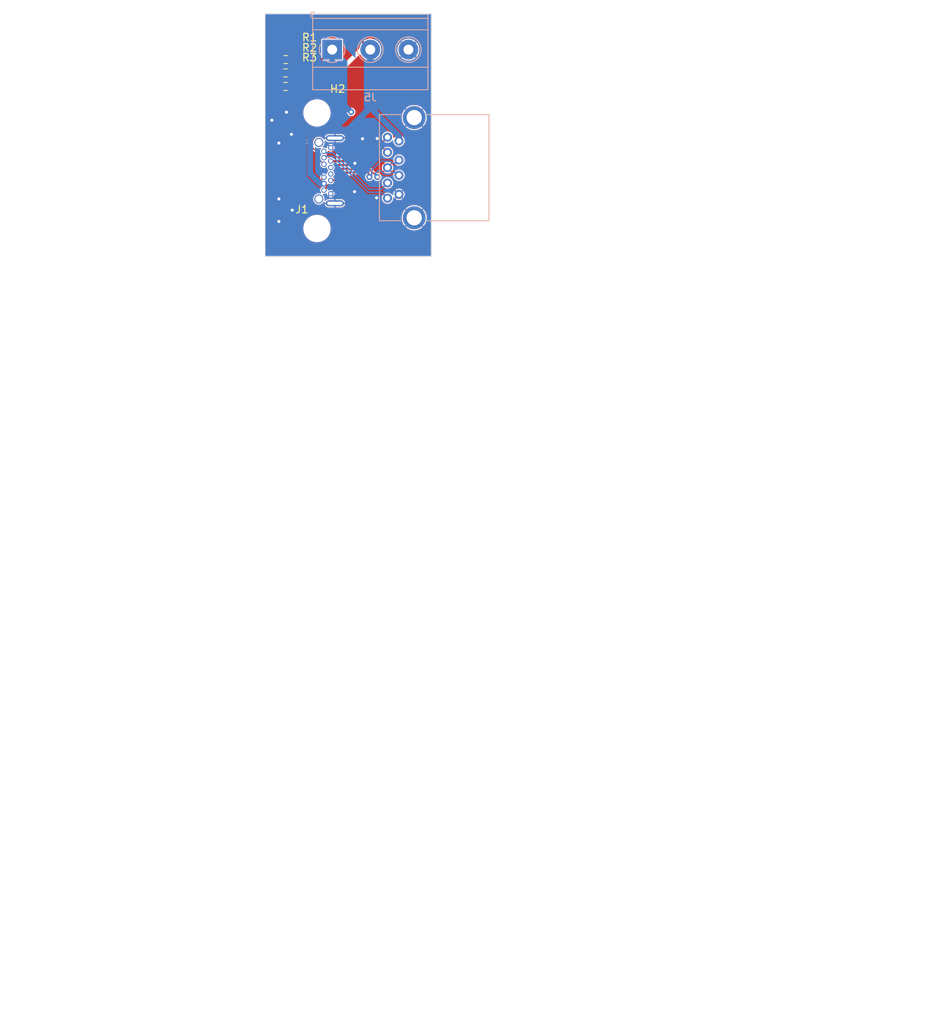
<source format=kicad_pcb>
(kicad_pcb (version 20221018) (generator pcbnew)
  (layers (0 "F.Cu" signal) (1 "In1.Cu" signal) (2 "In2.Cu" signal) (31 "B.Cu" signal) (34 "B.Paste" user) (35 "F.Paste" user) (36 "B.SilkS" user "B.Silkscreen") (37 "F.SilkS" user "F.Silkscreen") (38 "B.Mask" user) (39 "F.Mask" user) (44 "Edge.Cuts" user))
  (net 0 "")
  (net 1 "/lane1_d+")
  (net 2 "/lane1_d-")
  (net 3 "/l1_tx+")
  (net 4 "/l1_tx-")
  (net 5 "/l1_rx-")
  (net 6 "/l1_rx+")
  (net 7 "+5V")
  (net 8 "+12V")
  (net 9 "/supply_sense")
  (net 12 "GND2")
  (footprint "Resistor_SMD:R_0603_1608Metric_Pad0.98x0.95mm_HandSolder" (layer "F.Cu") (at 74.2725 71.95 180)
    (fp_text reference "R2" (at -3.15 3.3) (layer "F.SilkS"))
    (fp_text value "38k3")
    (fp_line (start -0.254724 -0.5225) (end 0.254724 -0.5225) (stroke (width 0.12)) (layer "F.SilkS"))
    (fp_line (start -0.254724 0.5225) (end 0.254724 0.5225) (stroke (width 0.12)) (layer "F.SilkS"))
    (pad "1" smd roundrect (at -0.9125 0 180) (size 0.975 0.95) (layers "F.Cu" "F.Paste" "F.Mask") (net 8 "+12V"))
    (pad "2" smd roundrect (at 0.9125 0 180) (size 0.975 0.95) (layers "F.Cu" "F.Paste" "F.Mask") (net 9 "/supply_sense"))
  )
  (footprint "Resistor_SMD:R_0603_1608Metric_Pad0.98x0.95mm_HandSolder" (layer "F.Cu") (at 74.3 70.2 180)
    (fp_text reference "R1" (at -3.1225 2.9) (layer "F.SilkS"))
    (fp_text value "31k6")
    (fp_line (start -0.254724 -0.5225) (end 0.254724 -0.5225) (stroke (width 0.12)) (layer "F.SilkS"))
    (fp_line (start -0.254724 0.5225) (end 0.254724 0.5225) (stroke (width 0.12)) (layer "F.SilkS"))
    (pad "1" smd roundrect (at -0.9125 0 180) (size 0.975 0.95) (layers "F.Cu" "F.Paste" "F.Mask") (net 7 "+5V"))
    (pad "2" smd roundrect (at 0.9125 0 180) (size 0.975 0.95) (layers "F.Cu" "F.Paste" "F.Mask") (net 9 "/supply_sense"))
  )
  (footprint "g7_connectors:conn_usbc_socket_RAHPCUC31AU1TR" (layer "F.Cu") (at 80.21 84.775 -90)
    (fp_text reference "J1" (at 5.075 3.785 unlocked) (layer "F.SilkS"))
    (fp_text value "USB_C_Receptacle")
    (pad "" np_thru_hole circle locked (at -3.71 1.56 270) (size 1.2 1.2) (drill 0.9) (layers "F&B.Cu" "*.Mask"))
    (pad "" np_thru_hole circle locked (at 3.71 1.56 270) (size 1.2 1.2) (drill 0.9) (layers "F&B.Cu" "*.Mask"))
    (pad "A1" smd rect locked (at -2.75 -1.66 270) (size 0.25 1.6) (layers "F.Cu" "F.Paste" "F.Mask") (net 12 "GND2"))
    (pad "A2" smd rect locked (at -2.25 -1.66 270) (size 0.25 1.6) (layers "F.Cu" "F.Paste" "F.Mask") (net 3 "/l1_tx+"))
    (pad "A3" smd rect locked (at -1.75 -1.66 270) (size 0.25 1.6) (layers "F.Cu" "F.Paste" "F.Mask") (net 4 "/l1_tx-"))
    (pad "A4" smd rect locked (at -1.25 -1.66 270) (size 0.25 1.6) (layers "F.Cu" "F.Paste" "F.Mask") (net 8 "+12V"))
    (pad "A5" smd rect locked (at -0.75 -1.66 270) (size 0.25 1.6) (layers "F.Cu" "F.Paste" "F.Mask") (net 12 "GND2"))
    (pad "A6" smd rect locked (at -0.25 -1.66 270) (size 0.25 1.6) (layers "F.Cu" "F.Paste" "F.Mask") (net 1 "/lane1_d+"))
    (pad "A7" smd rect locked (at 0.25 -1.66 270) (size 0.25 1.6) (layers "F.Cu" "F.Paste" "F.Mask") (net 2 "/lane1_d-"))
    (pad "A8" smd rect locked (at 0.75 -1.66 270) (size 0.25 1.6) (layers "F.Cu" "F.Paste" "F.Mask") (net 12 "GND2"))
    (pad "A9" smd rect locked (at 1.25 -1.66 270) (size 0.25 1.6) (layers "F.Cu" "F.Paste" "F.Mask") (net 8 "+12V"))
    (pad "A10" smd rect locked (at 1.75 -1.66 270) (size 0.25 1.6) (layers "F.Cu" "F.Paste" "F.Mask") (net 7 "+5V"))
    (pad "A11" smd rect locked (at 2.25 -1.66 270) (size 0.25 1.6) (layers "F.Cu" "F.Paste" "F.Mask") (net 7 "+5V"))
    (pad "A12" smd rect locked (at 2.75 -1.66 270) (size 0.25 1.6) (layers "F.Cu" "F.Paste" "F.Mask") (net 12 "GND2"))
    (pad "B1" thru_hole circle locked (at 3.015 0 270) (size 0.7 0.7) (drill 0.45) (layers "*.Cu" "*.Mask") (net 12 "GND2"))
    (pad "B2" thru_hole circle locked (at 2.55 0.9 270) (size 0.7 0.7) (drill 0.45) (layers "*.Cu" "*.Mask") (net 7 "+5V"))
    (pad "B3" thru_hole circle locked (at 1.7 0.9 270) (size 0.7 0.7) (drill 0.45) (layers "*.Cu" "*.Mask") (net 7 "+5V"))
    (pad "B4" thru_hole circle locked (at 1.275 0 270) (size 0.7 0.7) (drill 0.45) (layers "*.Cu" "*.Mask") (net 8 "+12V"))
    (pad "B5" thru_hole circle locked (at 0.85 0.9 270) (size 0.7 0.7) (drill 0.45) (layers "*.Cu" "*.Mask") (net 12 "GND2"))
    (pad "B6" thru_hole circle locked (at 0.425 0 270) (size 0.7 0.7) (drill 0.45) (layers "*.Cu" "*.Mask"))
    (pad "B7" thru_hole circle locked (at -0.425 0 270) (size 0.7 0.7) (drill 0.45) (layers "*.Cu" "*.Mask"))
    (pad "B8" thru_hole circle locked (at -0.85 0.9 270) (size 0.7 0.7) (drill 0.45) (layers "*.Cu" "*.Mask") (net 9 "/supply_sense"))
    (pad "B9" thru_hole circle locked (at -1.275 0 270) (size 0.7 0.7) (drill 0.45) (layers "*.Cu" "*.Mask") (net 8 "+12V"))
    (pad "B10" thru_hole circle locked (at -1.7 0.9 270) (size 0.7 0.7) (drill 0.45) (layers "*.Cu" "*.Mask") (net 5 "/l1_rx-"))
    (pad "B11" thru_hole circle locked (at -2.55 0.9 270) (size 0.7 0.7) (drill 0.45) (layers "*.Cu" "*.Mask") (net 6 "/l1_rx+"))
    (pad "B12" thru_hole circle locked (at -3.015 0 270) (size 0.7 0.7) (drill 0.45) (layers "*.Cu" "*.Mask") (net 12 "GND2"))
    (pad "S1" smd rect locked (at -5.175 6.81 270) (size 1.6 2.1) (layers "F.Cu" "F.Paste" "F.Mask") (net 12 "GND2"))
    (pad "S1" thru_hole oval locked (at -4.275 -0.54 270) (size 0.8 2.4) (drill oval 0.4 2) (layers "*.Cu" "*.Mask") (net 12 "GND2"))
    (pad "S1" thru_hole oval locked (at 4.275 -0.54 270) (size 0.8 2.4) (drill oval 0.4 2) (layers "*.Cu" "*.Mask") (net 12 "GND2"))
    (pad "S1" smd rect locked (at 5.175 6.81 270) (size 1.6 2.1) (layers "F.Cu" "F.Paste" "F.Mask") (net 12 "GND2"))
  )
  (footprint "MountingHole:MountingHole_3.2mm_M3_DIN965" (layer "F.Cu") (at 78.4 77.2)
    (fp_text reference "H2" (at 2.715 -3.15) (layer "F.SilkS"))
    (fp_text value "MountingHole")
    (pad "" np_thru_hole circle locked (at 0 0) (size 3.2 3.2) (drill 3.2) (layers "*.Cu" "*.Mask"))
  )
  (footprint "MountingHole:MountingHole_3.2mm_M3_DIN965" (layer "F.Cu") (at 78.4 92.35)
    (fp_text reference "H1" hide)
    (fp_text value "MountingHole")
    (pad "" np_thru_hole circle locked (at 0 0) (size 3.2 3.2) (drill 3.2) (layers "*.Cu" "*.Mask"))
  )
  (footprint "Resistor_SMD:R_0603_1608Metric_Pad0.98x0.95mm_HandSolder" (layer "F.Cu") (at 74.2725 73.725)
    (fp_text reference "R3" (at 3.15 -3.8) (layer "F.SilkS"))
    (fp_text value "10k")
    (fp_line (start -0.254724 -0.5225) (end 0.254724 -0.5225) (stroke (width 0.12)) (layer "F.SilkS"))
    (fp_line (start -0.254724 0.5225) (end 0.254724 0.5225) (stroke (width 0.12)) (layer "F.SilkS"))
    (pad "1" smd roundrect (at -0.9125 0) (size 0.975 0.95) (layers "F.Cu" "F.Paste" "F.Mask") (net 9 "/supply_sense"))
    (pad "2" smd roundrect (at 0.9125 0) (size 0.975 0.95) (layers "F.Cu" "F.Paste" "F.Mask") (net 12 "GND2"))
  )
  (footprint "g7_connectors:STEWARD_USB3_A_SS-52000-001" (layer "B.Cu") (at 87.66 84.375 -90)
    (fp_text reference "J3" hide)
    (fp_text value "USB3_A")
    (fp_line (start -6.96 -13.31) (end -6.96 -5.25) (stroke (width 0.12)) (layer "B.SilkS"))
    (fp_line (start -6.96 -13.31) (end 6.96 -13.31) (stroke (width 0.12)) (layer "B.SilkS"))
    (fp_line (start -6.96 1.06) (end -6.96 -1.75) (stroke (width 0.12)) (layer "B.SilkS"))
    (fp_line (start -6.96 1.06) (end 6.96 1.06) (stroke (width 0.12)) (layer "B.SilkS"))
    (fp_line (start 6.96 -13.31) (end 6.96 -5.25) (stroke (width 0.12)) (layer "B.SilkS"))
    (fp_line (start 6.96 1.06) (end 6.96 -1.75) (stroke (width 0.12)) (layer "B.SilkS"))
    (pad "1" thru_hole circle locked (at -3.5 -1.5 270) (size 1.2 1.2) (drill 0.7) (layers "*.Cu" "*.Mask") (net 7 "+5V"))
    (pad "2" thru_hole circle locked (at -1 -1.5 270) (size 1.2 1.2) (drill 0.7) (layers "*.Cu" "*.Mask") (net 2 "/lane1_d-"))
    (pad "3" thru_hole circle locked (at 1 -1.5 270) (size 1.2 1.2) (drill 0.7) (layers "*.Cu" "*.Mask") (net 1 "/lane1_d+"))
    (pad "4" thru_hole circle locked (at 3.5 -1.5 270) (size 1.2 1.2) (drill 0.7) (layers "*.Cu" "*.Mask") (net 12 "GND2"))
    (pad "5" thru_hole circle locked (at 4 0 270) (size 1.2 1.2) (drill 0.7) (layers "*.Cu" "*.Mask") (net 5 "/l1_rx-"))
    (pad "6" thru_hole circle locked (at 2 0 270) (size 1.2 1.2) (drill 0.7) (layers "*.Cu" "*.Mask") (net 6 "/l1_rx+"))
    (pad "7" thru_hole circle locked (at 0 0 270) (size 1.2 1.2) (drill 0.7) (layers "*.Cu" "*.Mask") (net 12 "GND2"))
    (pad "8" thru_hole circle locked (at -2 0 270) (size 1.2 1.2) (drill 0.7) (layers "*.Cu" "*.Mask") (net 4 "/l1_tx-"))
    (pad "9" thru_hole circle locked (at -4 0 270) (size 1.2 1.2) (drill 0.7) (layers "*.Cu" "*.Mask") (net 3 "/l1_tx+"))
    (pad "10" thru_hole circle locked (at -6.57 -3.5 270) (size 3 3) (drill 2) (layers "*.Cu" "*.Mask") (net 12 "GND2"))
    (pad "10" thru_hole circle locked (at 6.57 -3.5 270) (size 3 3) (drill 2) (layers "*.Cu" "*.Mask") (net 12 "GND2"))
  )
  (footprint "TerminalBlock_Phoenix:TerminalBlock_Phoenix_MKDS-1,5-3_1x03_P5.00mm_Horizontal" (layer "B.Cu") (at 80.4 68.895)
    (fp_text reference "J5" (at 5 6.26) (layer "B.SilkS") (effects (justify mirror)))
    (fp_text value "Screw_Terminal_01x03")
    (fp_line (start -2.8 -4.9) (end -2.3 -4.9) (stroke (width 0.12)) (layer "B.SilkS"))
    (fp_line (start -2.8 -4.16) (end -2.8 -4.9) (stroke (width 0.12)) (layer "B.SilkS"))
    (fp_line (start -2.56 -4.66) (end 12.56 -4.66) (stroke (width 0.12)) (layer "B.SilkS"))
    (fp_line (start -2.56 -4.1) (end 12.56 -4.1) (stroke (width 0.12)) (layer "B.SilkS"))
    (fp_line (start -2.56 -2.6) (end 12.56 -2.6) (stroke (width 0.12)) (layer "B.SilkS"))
    (fp_line (start -2.56 2.301) (end 12.56 2.301) (stroke (width 0.12)) (layer "B.SilkS"))
    (fp_line (start -2.56 5.261) (end -2.56 -4.66) (stroke (width 0.12)) (layer "B.SilkS"))
    (fp_line (start -2.56 5.261) (end 12.56 5.261) (stroke (width 0.12)) (layer "B.SilkS"))
    (fp_line (start 3.773 -1.023) (end 3.726 -1.069) (stroke (width 0.12)) (layer "B.SilkS"))
    (fp_line (start 3.966 -1.239) (end 3.931 -1.274) (stroke (width 0.12)) (layer "B.SilkS"))
    (fp_line (start 6.07 1.275) (end 6.035 1.239) (stroke (width 0.12)) (layer "B.SilkS"))
    (fp_line (start 6.275 1.069) (end 6.228 1.023) (stroke (width 0.12)) (layer "B.SilkS"))
    (fp_line (start 8.773 -1.023) (end 8.726 -1.069) (stroke (width 0.12)) (layer "B.SilkS"))
    (fp_line (start 8.966 -1.239) (end 8.931 -1.274) (stroke (width 0.12)) (layer "B.SilkS"))
    (fp_line (start 11.07 1.275) (end 11.035 1.239) (stroke (width 0.12)) (layer "B.SilkS"))
    (fp_line (start 11.275 1.069) (end 11.228 1.023) (stroke (width 0.12)) (layer "B.SilkS"))
    (fp_line (start 12.56 5.261) (end 12.56 -4.66) (stroke (width 0.12)) (layer "B.SilkS"))
    (fp_arc (start -1.535 0.684) (mid -1.680501 0.000524) (end -1.535427 -0.683042) (stroke (width 0.12)) (layer "B.SilkS"))
    (fp_arc (start -0.684 -1.535) (mid -0.335551 -1.646659) (end 0.028805 -1.680253) (stroke (width 0.12)) (layer "B.SilkS"))
    (fp_arc (start 0 -1.68) (mid 0.349292 -1.643288) (end 0.683318 -1.534756) (stroke (width 0.12)) (layer "B.SilkS"))
    (fp_arc (start 0.684 1.535) (mid 0.000524 1.680501) (end -0.683042 1.535427) (stroke (width 0.12)) (layer "B.SilkS"))
    (fp_arc (start 1.535 -0.684) (mid 1.6805 -0.000524) (end 1.535427 0.683042) (stroke (width 0.12)) (layer "B.SilkS"))
    (fp_circle (center 5 0) (end 6.68 0) (stroke (width 0.12)) (fill none) (layer "B.SilkS"))
    (fp_circle (center 10 0) (end 11.68 0) (stroke (width 0.12)) (fill none) (layer "B.SilkS"))
    (pad "1" thru_hole rect (at 0 0) (size 2.6 2.6) (drill 1.3) (layers "*.Cu" "*.Mask") (net 8 "+12V"))
    (pad "2" thru_hole circle (at 5 0) (size 2.6 2.6) (drill 1.3) (layers "*.Cu" "*.Mask") (net 7 "+5V"))
    (pad "3" thru_hole circle (at 10 0) (size 2.6 2.6) (drill 1.3) (layers "*.Cu" "*.Mask") (net 12 "GND2"))
  )
  (gr_line (start 93.4 96) (end 93.4 64.2) (stroke (width 0.1)) (layer "Edge.Cuts"))
  (gr_line (start 71.6 79.6) (end 71.6 96) (stroke (width 0.1)) (layer "Edge.Cuts"))
  (gr_line (start 71.6 79.6) (end 71.6 64.2) (stroke (width 0.1)) (layer "Edge.Cuts"))
  (gr_line (start 71.6 64.2) (end 93.4 64.2) (stroke (width 0.1)) (layer "Edge.Cuts"))
  (gr_line (start 71.6 96) (end 93.4 96) (stroke (width 0.1)) (layer "Edge.Cuts"))
  (segment (start 82.525 84.525) (end 81.87 84.525) (width 0.2) (layer "F.Cu") (net 1))
  (segment (start 86.028704 85.310504) (end 85.3182 84.6) (width 0.2) (layer "F.Cu") (net 1))
  (segment (start 86.028705 85.300001) (end 86.328704 85.6) (width 0.2) (layer "F.Cu") (net 1))
  (segment (start 82.6 84.6) (end 82.525 84.525) (width 0.2) (layer "F.Cu") (net 1))
  (segment (start 85.3182 84.6) (end 82.6 84.6) (width 0.2) (layer "F.Cu") (net 1))
  (via (at 86.328704 85.6) (size 0.8) (drill 0.4) (layers "F.Cu" "B.Cu") (net 1))
  (segment (start 88.237082 85) (end 88.012082 85.225) (width 0.2) (layer "B.Cu") (net 1))
  (segment (start 86.028704 85.171296) (end 86.028704 85.3) (width 0.2) (layer "B.Cu") (net 1))
  (segment (start 87.225 85.225) (end 86.8 84.8) (width 0.2) (layer "B.Cu") (net 1))
  (segment (start 88.785 85) (end 88.237082 85) (width 0.2) (layer "B.Cu") (net 1))
  (segment (start 88.012082 85.225) (end 87.225 85.225) (width 0.2) (layer "B.Cu") (net 1))
  (segment (start 86.8 84.8) (end 86.4 84.8) (width 0.2) (layer "B.Cu") (net 1))
  (segment (start 86.4 84.8) (end 86.028704 85.171296) (width 0.2) (layer "B.Cu") (net 1))
  (segment (start 86.028704 85.3) (end 86.328704 85.6) (width 0.2) (layer "B.Cu") (net 1))
  (segment (start 89.16 85.375) (end 88.785 85) (width 0.2) (layer "B.Cu") (net 1))
  (segment (start 85 85) (end 81.895 85) (width 0.2) (layer "F.Cu") (net 2))
  (segment (start 81.895 85) (end 81.87 85.025) (width 0.2) (layer "F.Cu") (net 2))
  (segment (start 85.278704 85.6) (end 85.278704 85.278704) (width 0.2) (layer "F.Cu") (net 2))
  (segment (start 85.278704 85.278704) (end 85 85) (width 0.2) (layer "F.Cu") (net 2))
  (via (at 85.278704 85.6) (size 0.8) (drill 0.4) (layers "F.Cu" "B.Cu") (net 2))
  (segment (start 85.578704 85.3) (end 85.278704 85.6) (width 0.2) (layer "B.Cu") (net 2))
  (segment (start 88.735 83.8) (end 88.287082 83.8) (width 0.2) (layer "B.Cu") (net 2))
  (segment (start 88.287082 83.8) (end 88.012082 83.525) (width 0.2) (layer "B.Cu") (net 2))
  (segment (start 88.012082 83.525) (end 86.77564 83.525) (width 0.2) (layer "B.Cu") (net 2))
  (segment (start 86.77564 83.525) (end 85.578704 84.721936) (width 0.2) (layer "B.Cu") (net 2))
  (segment (start 89.16 83.375) (end 88.735 83.8) (width 0.2) (layer "B.Cu") (net 2))
  (segment (start 85.578704 84.721936) (end 85.578704 85.3) (width 0.2) (layer "B.Cu") (net 2))
  (segment (start 83.725 81.275) (end 84.8 81.275) (width 0.2) (layer "F.Cu") (net 3))
  (segment (start 85.325 81.8) (end 85.325 83.275) (width 0.2) (layer "F.Cu") (net 3))
  (segment (start 83.055807 81.944193) (end 83.725 81.275) (width 0.2) (layer "F.Cu") (net 3))
  (segment (start 85.675 83.275) (end 85.675 81.8) (width 0.2) (layer "F.Cu") (net 3))
  (segment (start 86.653653 81.275) (end 86.76 81.275) (width 0.2) (layer "F.Cu") (net 3))
  (segment (start 86.76 81.275) (end 87.66 80.375) (width 0.2) (layer "F.Cu") (net 3))
  (segment (start 82.57 82.55) (end 82.961613 82.55) (width 0.2) (layer "F.Cu") (net 3))
  (segment (start 83.055807 82.455807) (end 83.055807 81.944193) (width 0.2) (layer "F.Cu") (net 3))
  (segment (start 82.961613 82.55) (end 83.055807 82.455807) (width 0.2) (layer "F.Cu") (net 3))
  (segment (start 81.87 82.525) (end 82.545 82.525) (width 0.2) (layer "F.Cu") (net 3))
  (segment (start 82.545 82.525) (end 82.57 82.55) (width 0.2) (layer "F.Cu") (net 3))
  (segment (start 86.2 81.275) (end 86.653653 81.275) (width 0.2) (layer "F.Cu") (net 3))
  (arc (start 85.675 81.8) (mid 85.828769 81.428769) (end 86.2 81.275) (width 0.2) (layer "F.Cu") (net 3))
  (arc (start 84.8 81.275) (mid 85.171231 81.428769) (end 85.325 81.8) (width 0.2) (layer "F.Cu") (net 3))
  (arc (start 85.5 83.45) (mid 85.623744 83.398744) (end 85.675 83.275) (width 0.2) (layer "F.Cu") (net 3))
  (arc (start 85.325 83.275) (mid 85.376256 83.398744) (end 85.5 83.45) (width 0.2) (layer "F.Cu") (net 3))
  (segment (start 83.447487 82.670713) (end 83.447487 82.152513) (width 0.2) (layer "F.Cu") (net 4))
  (segment (start 82.545 83.025) (end 82.57 83) (width 0.2) (layer "F.Cu") (net 4))
  (segment (start 86.025 83.275) (end 86.025 81.8) (width 0.2) (layer "F.Cu") (net 4))
  (segment (start 82.57 83) (end 83.1182 83) (width 0.2) (layer "F.Cu") (net 4))
  (segment (start 81.87 83.025) (end 82.545 83.025) (width 0.2) (layer "F.Cu") (net 4))
  (segment (start 86.91 81.625) (end 87.66 82.375) (width 0.2) (layer "F.Cu") (net 4))
  (segment (start 86.2 81.625) (end 86.91 81.625) (width 0.2) (layer "F.Cu") (net 4))
  (segment (start 83.447487 82.152513) (end 83.975 81.625) (width 0.2) (layer "F.Cu") (net 4))
  (segment (start 84.975 81.8) (end 84.975 83.275) (width 0.2) (layer "F.Cu") (net 4))
  (segment (start 83.975 81.625) (end 84.8 81.625) (width 0.2) (layer "F.Cu") (net 4))
  (segment (start 83.1182 83) (end 83.447487 82.670713) (width 0.2) (layer "F.Cu") (net 4))
  (arc (start 84.975 83.275) (mid 85.128769 83.646231) (end 85.5 83.8) (width 0.2) (layer "F.Cu") (net 4))
  (arc (start 85.5 83.8) (mid 85.871231 83.646231) (end 86.025 83.275) (width 0.2) (layer "F.Cu") (net 4))
  (arc (start 86.025 81.8) (mid 86.076256 81.676256) (end 86.2 81.625) (width 0.2) (layer "F.Cu") (net 4))
  (arc (start 84.8 81.625) (mid 84.923744 81.676256) (end 84.975 81.8) (width 0.2) (layer "F.Cu") (net 4))
  (segment (start 85.158529 87.6) (end 80.43353 82.875001) (width 0.2) (layer "B.Cu") (net 5))
  (segment (start 79.509999 82.875001) (end 79.31 83.075) (width 0.2) (layer "B.Cu") (net 5))
  (segment (start 86.885 87.6) (end 85.158529 87.6) (width 0.2) (layer "B.Cu") (net 5))
  (segment (start 80.43353 82.875001) (end 79.509999 82.875001) (width 0.2) (layer "B.Cu") (net 5))
  (segment (start 87.66 88.375) (end 86.885 87.6) (width 0.2) (layer "B.Cu") (net 5))
  (segment (start 87.66 86.375) (end 86.835 87.2) (width 0.2) (layer "B.Cu") (net 6))
  (segment (start 85.253503 87.2) (end 80.478502 82.424999) (width 0.2) (layer "B.Cu") (net 6))
  (segment (start 86.835 87.2) (end 85.253503 87.2) (width 0.2) (layer "B.Cu") (net 6))
  (segment (start 80.478502 82.424999) (end 79.509999 82.424999) (width 0.2) (layer "B.Cu") (net 6))
  (segment (start 79.509999 82.424999) (end 79.31 82.225) (width 0.2) (layer "B.Cu") (net 6))
  (segment (start 83.77 67.265) (end 85.4 68.895) (width 0.28) (layer "F.Cu") (net 7))
  (segment (start 81.87 87.025) (end 81.745 86.9) (width 0.28) (layer "F.Cu") (net 7))
  (segment (start 79.735 86.9) (end 79.31 87.325) (width 0.28) (layer "F.Cu") (net 7))
  (segment (start 81.745 86.9) (end 79.735 86.9) (width 0.28) (layer "F.Cu") (net 7))
  (segment (start 78.1475 67.265) (end 83.77 67.265) (width 0.28) (layer "F.Cu") (net 7))
  (segment (start 75.2125 70.2) (end 78.1475 67.265) (width 0.28) (layer "F.Cu") (net 7))
  (segment (start 81.695 86.7) (end 79.535 86.7) (width 0.28) (layer "F.Cu") (net 7))
  (segment (start 81.87 86.525) (end 81.695 86.7) (width 0.28) (layer "F.Cu") (net 7))
  (segment (start 79.535 86.7) (end 79.31 86.475) (width 0.28) (layer "F.Cu") (net 7))
  (segment (start 77.5 85.159974) (end 77.5 80.5) (width 0.8) (layer "B.Cu") (net 7))
  (segment (start 78.6 79.4) (end 82.488654 79.4) (width 0.8) (layer "B.Cu") (net 7))
  (segment (start 77.5 80.5) (end 78.6 79.4) (width 0.8) (layer "B.Cu") (net 7))
  (segment (start 82.488654 79.4) (end 85.4 76.488654) (width 0.8) (layer "B.Cu") (net 7))
  (segment (start 89.16 80.875) (end 89.16 80.248654) (width 0.8) (layer "B.Cu") (net 7))
  (segment (start 78.815026 86.475) (end 77.5 85.159974) (width 0.8) (layer "B.Cu") (net 7))
  (segment (start 85.4 76.488654) (end 85.4 68.895) (width 0.8) (layer "B.Cu") (net 7))
  (segment (start 79.31 86.475) (end 78.815026 86.475) (width 0.8) (layer "B.Cu") (net 7))
  (segment (start 89.16 80.248654) (end 85.4 76.488654) (width 0.8) (layer "B.Cu") (net 7))
  (segment (start 80.235 83.525) (end 80.21 83.5) (width 0.28) (layer "F.Cu") (net 8))
  (segment (start 80.235 86.025) (end 80.21 86.05) (width 0.28) (layer "F.Cu") (net 8))
  (segment (start 75.185 71.95) (end 77.25 71.95) (width 0.28) (layer "F.Cu") (net 8))
  (segment (start 81.87 86.025) (end 80.235 86.025) (width 0.28) (layer "F.Cu") (net 8))
  (segment (start 81.87 83.525) (end 80.235 83.525) (width 0.28) (layer "F.Cu") (net 8))
  (segment (start 80.305 68.895) (end 80.4 68.895) (width 0.28) (layer "F.Cu") (net 8))
  (segment (start 77.25 71.95) (end 80.305 68.895) (width 0.28) (layer "F.Cu") (net 8))
  (via (at 82.891102 77.066102) (size 0.8) (drill 0.4) (layers "F.Cu" "B.Cu") (net 8))
  (segment (start 80.4 68.895) (end 80.4 74.575) (width 0.7) (layer "B.Cu") (net 8))
  (segment (start 80.4 74.575) (end 82.891102 77.066102) (width 0.7) (layer "B.Cu") (net 8))
  (segment (start 73.36 71.95) (end 73.36 73.725) (width 0.15) (layer "F.Cu") (net 9))
  (segment (start 78.735 83.35) (end 79.31 83.925) (width 0.15) (layer "F.Cu") (net 9))
  (segment (start 73.3875 70.2) (end 73.3875 71.9225) (width 0.15) (layer "F.Cu") (net 9))
  (segment (start 73.3875 71.9225) (end 73.36 71.95) (width 0.15) (layer "F.Cu") (net 9))
  (segment (start 78.735 82.6475) (end 78.735 83.35) (width 0.15) (layer "F.Cu") (net 9))
  (segment (start 73.365 77.2775) (end 78.735 82.6475) (width 0.15) (layer "F.Cu") (net 9))
  (segment (start 73.365 73.725) (end 73.365 77.2775) (width 0.15) (layer "F.Cu") (net 9))
  (via (at 73.4 88.475) (size 0.8) (drill 0.4) (layers "F.Cu" "B.Cu") (net 12))
  (via (at 83.375 83.8) (size 0.8) (drill 0.4) (layers "F.Cu" "B.Cu") (net 12))
  (via (at 75.15 89.95) (size 0.8) (drill 0.4) (layers "F.Cu" "B.Cu") (net 12))
  (via (at 73.4 91.425) (size 0.8) (drill 0.4) (layers "F.Cu" "B.Cu") (net 12))
  (via (at 86.3 80.55) (size 0.8) (drill 0.4) (layers "F.Cu" "B.Cu") (net 12))
  (via (at 73.4 81.15) (size 0.8) (drill 0.4) (layers "F.Cu" "B.Cu") (net 12))
  (via (at 72.475 78.15) (size 0.8) (drill 0.4) (layers "F.Cu" "B.Cu") (net 12))
  (via (at 86.225 88.325) (size 0.8) (drill 0.4) (layers "F.Cu" "B.Cu") (net 12))
  (via (at 75.05 80) (size 0.8) (drill 0.4) (layers "F.Cu" "B.Cu") (net 12))
  (via (at 83.325 87.525) (size 0.8) (drill 0.4) (layers "F.Cu" "B.Cu") (net 12))
  (via (at 84.375 80.575) (size 0.8) (drill 0.4) (layers "F.Cu" "B.Cu") (net 12))
  (via (at 74.4 77.1) (size 0.8) (drill 0.4) (layers "F.Cu" "B.Cu") (net 12))
  (zone (net 12) (net_name "GND2") (layers "F.Cu" "In1.Cu" "In2.Cu" "B.Cu") (connect_pads (clearance 0.15)) (min_thickness 0.15) (fill yes (thermal_gap 0.15) (thermal_bridge_width 0.15))
    (polygon (pts (xy 93.4 64.2) (xy 93.4 96) (xy 71.6 96) (xy 71.6 64.2)))
  )
)
</source>
